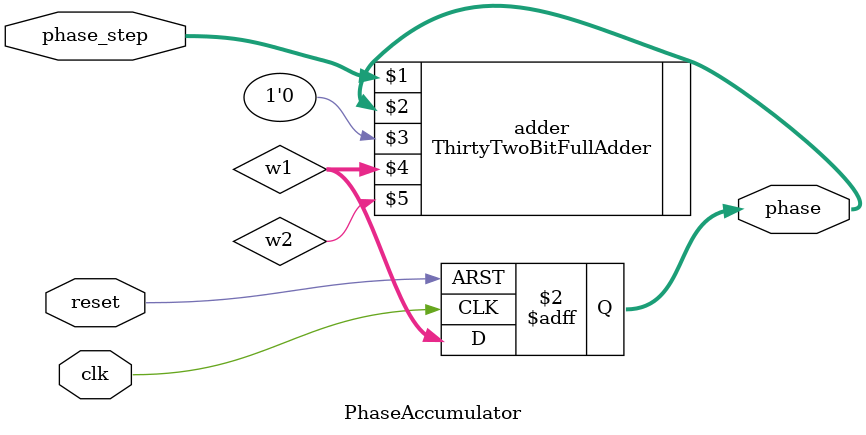
<source format=v>
/* PhaseAccumulator.v

By: Jacob Williamson

Module Description:
A module to increment the phase of a waveform every clock cycle.
Units of phase are mapped to 0 - 2^32-1. 
To convert to radians, calculate: phase * (2PI / (2^32-1)).

Inputs:
clk - clock signal driving the module.
phase_step - how much the phase with increment every clock cycle.
reset - reset bit to set phase to 0.

Outputs:
phase - the phase.

*/

module PhaseAccumulator(
	input clk,
	input [31:0] phase_step,
	input reset,
	output reg [31:0] phase
);

	wire [31:0] w1;
	wire w2;

	
	ThirtyTwoBitFullAdder adder(
		phase_step,
		phase,
		1'b0,
		w1,
		w2
	);
	
	always @ (posedge clk or posedge reset) begin
		if (reset) begin
			phase = 0;
		end else begin
			phase = w1;
		end
	end
	

endmodule

</source>
